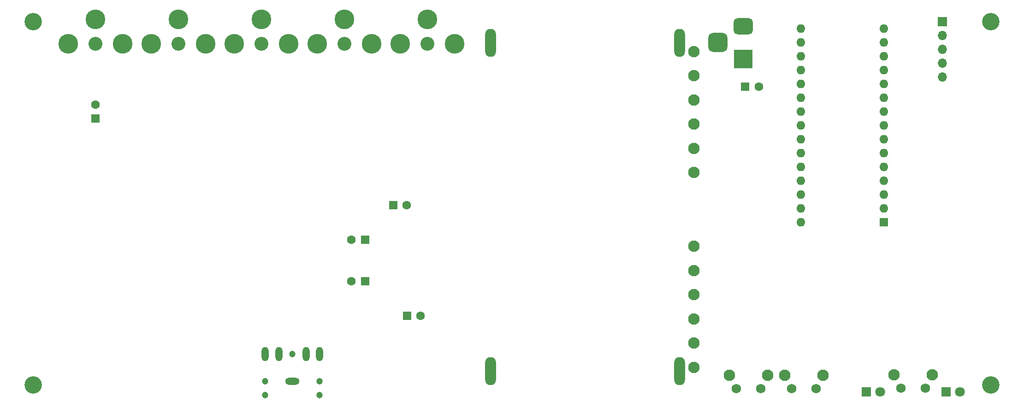
<source format=gbs>
G04 #@! TF.GenerationSoftware,KiCad,Pcbnew,(6.0.0)*
G04 #@! TF.CreationDate,2022-11-09T00:41:27-05:00*
G04 #@! TF.ProjectId,nano driven fm1236,6e616e6f-2064-4726-9976-656e20666d31,rev?*
G04 #@! TF.SameCoordinates,Original*
G04 #@! TF.FileFunction,Soldermask,Bot*
G04 #@! TF.FilePolarity,Negative*
%FSLAX46Y46*%
G04 Gerber Fmt 4.6, Leading zero omitted, Abs format (unit mm)*
G04 Created by KiCad (PCBNEW (6.0.0)) date 2022-11-09 00:41:27*
%MOMM*%
%LPD*%
G01*
G04 APERTURE LIST*
G04 Aperture macros list*
%AMRoundRect*
0 Rectangle with rounded corners*
0 $1 Rounding radius*
0 $2 $3 $4 $5 $6 $7 $8 $9 X,Y pos of 4 corners*
0 Add a 4 corners polygon primitive as box body*
4,1,4,$2,$3,$4,$5,$6,$7,$8,$9,$2,$3,0*
0 Add four circle primitives for the rounded corners*
1,1,$1+$1,$2,$3*
1,1,$1+$1,$4,$5*
1,1,$1+$1,$6,$7*
1,1,$1+$1,$8,$9*
0 Add four rect primitives between the rounded corners*
20,1,$1+$1,$2,$3,$4,$5,0*
20,1,$1+$1,$4,$5,$6,$7,0*
20,1,$1+$1,$6,$7,$8,$9,0*
20,1,$1+$1,$8,$9,$2,$3,0*%
G04 Aperture macros list end*
%ADD10R,1.600000X1.600000*%
%ADD11C,1.600000*%
%ADD12R,3.500000X3.500000*%
%ADD13RoundRect,0.750000X-1.000000X0.750000X-1.000000X-0.750000X1.000000X-0.750000X1.000000X0.750000X0*%
%ADD14RoundRect,0.875000X-0.875000X0.875000X-0.875000X-0.875000X0.875000X-0.875000X0.875000X0.875000X0*%
%ADD15R,1.800000X1.800000*%
%ADD16C,1.800000*%
%ADD17C,3.200000*%
%ADD18C,3.616000*%
%ADD19C,2.550000*%
%ADD20O,1.600000X1.600000*%
%ADD21C,2.100000*%
%ADD22C,1.750000*%
%ADD23O,2.000000X5.170000*%
%ADD24C,1.200000*%
%ADD25O,2.616000X1.308000*%
%ADD26O,1.308000X2.616000*%
%ADD27R,1.700000X1.700000*%
%ADD28O,1.700000X1.700000*%
G04 APERTURE END LIST*
D10*
X183452888Y-72898000D03*
D11*
X185952888Y-72898000D03*
D12*
X183151000Y-67782000D03*
D13*
X183151000Y-61782000D03*
D14*
X178451000Y-64782000D03*
D10*
X113665000Y-100965000D03*
D11*
X111165000Y-100965000D03*
D15*
X220340000Y-128962500D03*
D16*
X222880000Y-128962500D03*
D17*
X52705000Y-127635000D03*
D18*
X99615000Y-65005000D03*
X89615000Y-65005000D03*
X94615000Y-60505000D03*
D19*
X94615000Y-65005000D03*
D18*
X130095000Y-65005000D03*
X120095000Y-65005000D03*
X125095000Y-60505000D03*
D19*
X125095000Y-65005000D03*
D10*
X118809888Y-94615000D03*
D11*
X121309888Y-94615000D03*
D17*
X228600000Y-60960000D03*
D10*
X113665000Y-108585000D03*
D11*
X111165000Y-108585000D03*
D17*
X52705000Y-60960000D03*
D10*
X64135000Y-78675113D03*
D11*
X64135000Y-76175113D03*
D18*
X84375000Y-65005000D03*
X74375000Y-65005000D03*
X79375000Y-60505000D03*
D19*
X79375000Y-65005000D03*
D10*
X208905000Y-97790000D03*
D20*
X208905000Y-95250000D03*
X208905000Y-92710000D03*
X208905000Y-90170000D03*
X208905000Y-87630000D03*
X208905000Y-85090000D03*
X208905000Y-82550000D03*
X208905000Y-80010000D03*
X208905000Y-77470000D03*
X208905000Y-74930000D03*
X208905000Y-72390000D03*
X208905000Y-69850000D03*
X208905000Y-67310000D03*
X208905000Y-64770000D03*
X208905000Y-62230000D03*
X193665000Y-62230000D03*
X193665000Y-64770000D03*
X193665000Y-67310000D03*
X193665000Y-69850000D03*
X193665000Y-72390000D03*
X193665000Y-74930000D03*
X193665000Y-77470000D03*
X193665000Y-80010000D03*
X193665000Y-82550000D03*
X193665000Y-85090000D03*
X193665000Y-87630000D03*
X193665000Y-90170000D03*
X193665000Y-92710000D03*
X193665000Y-95250000D03*
X193665000Y-97790000D03*
D21*
X180560000Y-125837500D03*
X187570000Y-125837500D03*
D22*
X186320000Y-128327500D03*
X181820000Y-128327500D03*
D10*
X121349888Y-114935000D03*
D11*
X123849888Y-114935000D03*
D21*
X174020000Y-66413000D03*
X174020000Y-70858000D03*
X174020000Y-75303000D03*
X174020000Y-79748000D03*
X174020000Y-84193000D03*
X174020000Y-88638000D03*
X174020000Y-102178000D03*
X174020000Y-106623000D03*
X174020000Y-111068000D03*
X174020000Y-115513000D03*
X174020000Y-119958000D03*
X174020000Y-124403000D03*
D23*
X136720000Y-64858000D03*
X136720000Y-125088000D03*
X171420000Y-125088000D03*
X171420000Y-64858000D03*
D21*
X190720000Y-125837500D03*
X197730000Y-125837500D03*
D22*
X196480000Y-128327500D03*
X191980000Y-128327500D03*
D15*
X205735000Y-128905000D03*
D16*
X208275000Y-128905000D03*
D21*
X210775000Y-125780000D03*
X217785000Y-125780000D03*
D22*
X216535000Y-128270000D03*
X212035000Y-128270000D03*
D24*
X105330000Y-127000000D03*
X95330000Y-127000000D03*
X100330000Y-122000000D03*
X105330000Y-129500000D03*
X95330000Y-129500000D03*
D25*
X100330000Y-127000000D03*
D26*
X105330000Y-122000000D03*
X95330000Y-122000000D03*
X102830000Y-122000000D03*
X97830000Y-122000000D03*
D27*
X219710000Y-60965000D03*
D28*
X219710000Y-63505000D03*
X219710000Y-66045000D03*
X219710000Y-68585000D03*
X219710000Y-71125000D03*
D17*
X228600000Y-127635000D03*
D18*
X114855000Y-65005000D03*
X104855000Y-65005000D03*
X109855000Y-60505000D03*
D19*
X109855000Y-65005000D03*
D18*
X69135000Y-65005000D03*
X59135000Y-65005000D03*
X64135000Y-60505000D03*
D19*
X64135000Y-65005000D03*
M02*

</source>
